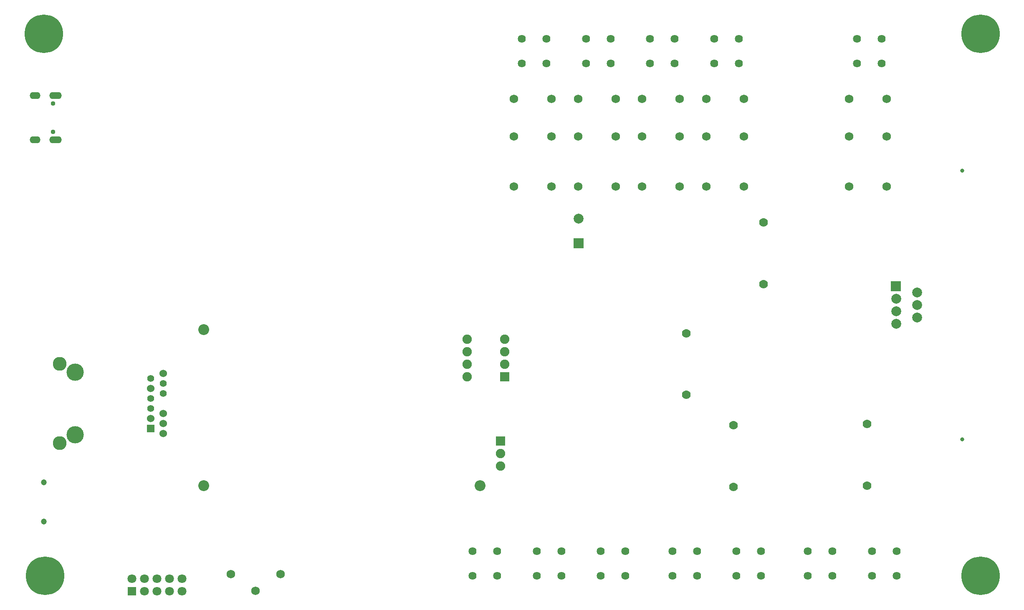
<source format=gbs>
G04*
G04 #@! TF.GenerationSoftware,Altium Limited,Altium Designer,22.1.2 (22)*
G04*
G04 Layer_Color=16711935*
%FSLAX25Y25*%
%MOIN*%
G70*
G04*
G04 #@! TF.SameCoordinates,1A32ED5E-F4BE-4E84-8868-A45DA14C1EED*
G04*
G04*
G04 #@! TF.FilePolarity,Negative*
G04*
G01*
G75*
%ADD61C,0.03162*%
%ADD76C,0.07099*%
%ADD97C,0.07887*%
%ADD98R,0.07890X0.07880*%
%ADD99C,0.08674*%
%ADD100C,0.06400*%
%ADD101C,0.07000*%
%ADD102C,0.04737*%
%ADD103C,0.06800*%
%ADD104R,0.07887X0.07887*%
%ADD105C,0.07887*%
%ADD106R,0.07493X0.07493*%
%ADD107C,0.07493*%
%ADD108R,0.07493X0.07493*%
%ADD109C,0.30800*%
%ADD110C,0.04800*%
%ADD111C,0.05600*%
%ADD112C,0.13792*%
%ADD113C,0.06000*%
%ADD114R,0.06000X0.06000*%
%ADD115C,0.11036*%
%ADD116O,0.09855X0.05524*%
%ADD117O,0.08674X0.05524*%
%ADD118C,0.03753*%
%ADD119R,0.07099X0.07099*%
D61*
X752996Y128937D02*
D03*
Y343504D02*
D03*
D76*
X90236Y17598D02*
D03*
X100236Y7598D02*
D03*
Y17598D02*
D03*
X110236Y7598D02*
D03*
Y17598D02*
D03*
X120236Y7598D02*
D03*
Y17598D02*
D03*
X130236Y7598D02*
D03*
Y17598D02*
D03*
D97*
X700608Y221220D02*
D03*
X717108Y226220D02*
D03*
X700608Y231221D02*
D03*
X717108Y236221D02*
D03*
X700608Y241220D02*
D03*
X717108Y246220D02*
D03*
D98*
X700207Y251220D02*
D03*
D99*
X368110Y91732D02*
D03*
X147638D02*
D03*
Y216535D02*
D03*
D100*
X362205Y39370D02*
D03*
X381890D02*
D03*
X362205Y19685D02*
D03*
X381890D02*
D03*
X541339D02*
D03*
X521654D02*
D03*
X541339Y39370D02*
D03*
X521654D02*
D03*
X592520Y19685D02*
D03*
X572835D02*
D03*
X592520Y39370D02*
D03*
X572835D02*
D03*
X669291Y448819D02*
D03*
X688976D02*
D03*
X669291Y429134D02*
D03*
X688976D02*
D03*
X574803D02*
D03*
X555118D02*
D03*
X574803Y448819D02*
D03*
X555118D02*
D03*
X523622Y429134D02*
D03*
X503937D02*
D03*
X523622Y448819D02*
D03*
X503937D02*
D03*
X472441Y429134D02*
D03*
X452756D02*
D03*
X472441Y448819D02*
D03*
X452756D02*
D03*
X421260Y429134D02*
D03*
X401575D02*
D03*
X421260Y448819D02*
D03*
X401575D02*
D03*
X700787Y19685D02*
D03*
X681102D02*
D03*
X700787Y39370D02*
D03*
X681102D02*
D03*
X649606Y19685D02*
D03*
X629921D02*
D03*
X649606Y39370D02*
D03*
X629921D02*
D03*
X484252Y19685D02*
D03*
X464567D02*
D03*
X484252Y39370D02*
D03*
X464567D02*
D03*
X433071Y19685D02*
D03*
X413386D02*
D03*
X433071Y39370D02*
D03*
X413386D02*
D03*
D101*
X532677Y164370D02*
D03*
Y213583D02*
D03*
X677168Y140961D02*
D03*
Y91748D02*
D03*
X570393Y139961D02*
D03*
Y90748D02*
D03*
X594461Y252732D02*
D03*
Y301945D02*
D03*
D102*
X19685Y94488D02*
D03*
Y62992D02*
D03*
D103*
X692913Y330709D02*
D03*
Y370709D02*
D03*
Y400709D02*
D03*
X662913D02*
D03*
Y370709D02*
D03*
Y330709D02*
D03*
X548740D02*
D03*
Y370709D02*
D03*
Y400709D02*
D03*
X578740D02*
D03*
Y370709D02*
D03*
Y330709D02*
D03*
X497559D02*
D03*
Y370709D02*
D03*
Y400709D02*
D03*
X527559D02*
D03*
Y370709D02*
D03*
Y330709D02*
D03*
X446378D02*
D03*
Y370709D02*
D03*
Y400709D02*
D03*
X476378D02*
D03*
Y370709D02*
D03*
Y330709D02*
D03*
X395197D02*
D03*
Y370709D02*
D03*
Y400709D02*
D03*
X425197D02*
D03*
Y370709D02*
D03*
Y330709D02*
D03*
X188976Y7874D02*
D03*
X208661Y21260D02*
D03*
X169291D02*
D03*
D104*
X446850Y285433D02*
D03*
D105*
Y305118D02*
D03*
D106*
X384327Y127437D02*
D03*
D107*
Y117437D02*
D03*
Y107437D02*
D03*
X387890Y188634D02*
D03*
Y198634D02*
D03*
Y208634D02*
D03*
X357890Y178634D02*
D03*
Y188634D02*
D03*
Y198634D02*
D03*
Y208634D02*
D03*
D108*
X387890Y178634D02*
D03*
D109*
X767717Y452756D02*
D03*
Y19685D02*
D03*
X20671Y19863D02*
D03*
X19685Y452756D02*
D03*
D110*
X757117D02*
D03*
X762417Y443576D02*
D03*
X773017D02*
D03*
X778316Y452756D02*
D03*
X773017Y461936D02*
D03*
X762417D02*
D03*
X757117Y19685D02*
D03*
X762417Y10505D02*
D03*
X773017D02*
D03*
X778316Y19685D02*
D03*
X773017Y28865D02*
D03*
X762417D02*
D03*
X10071Y19863D02*
D03*
X15371Y10683D02*
D03*
X25971D02*
D03*
X31271Y19863D02*
D03*
X25971Y29043D02*
D03*
X15371D02*
D03*
X9085Y452756D02*
D03*
X14385Y443576D02*
D03*
X24985D02*
D03*
X30285Y452756D02*
D03*
X24985Y461936D02*
D03*
X14385D02*
D03*
D111*
X105002Y161430D02*
D03*
X115002Y173430D02*
D03*
Y165430D02*
D03*
X105002Y153430D02*
D03*
X105002Y177430D02*
D03*
D112*
X44921Y132480D02*
D03*
Y182480D02*
D03*
D113*
X115002Y181430D02*
D03*
Y133430D02*
D03*
Y141430D02*
D03*
Y149430D02*
D03*
X105002Y145430D02*
D03*
X105002Y169430D02*
D03*
D114*
X105002Y137430D02*
D03*
D115*
X32402Y189232D02*
D03*
Y125680D02*
D03*
D116*
X29035Y403544D02*
D03*
X29035Y368111D02*
D03*
D117*
X12696Y368110D02*
D03*
X12696Y403543D02*
D03*
D118*
X27066Y374448D02*
D03*
Y397204D02*
D03*
D119*
X90236Y7598D02*
D03*
M02*

</source>
